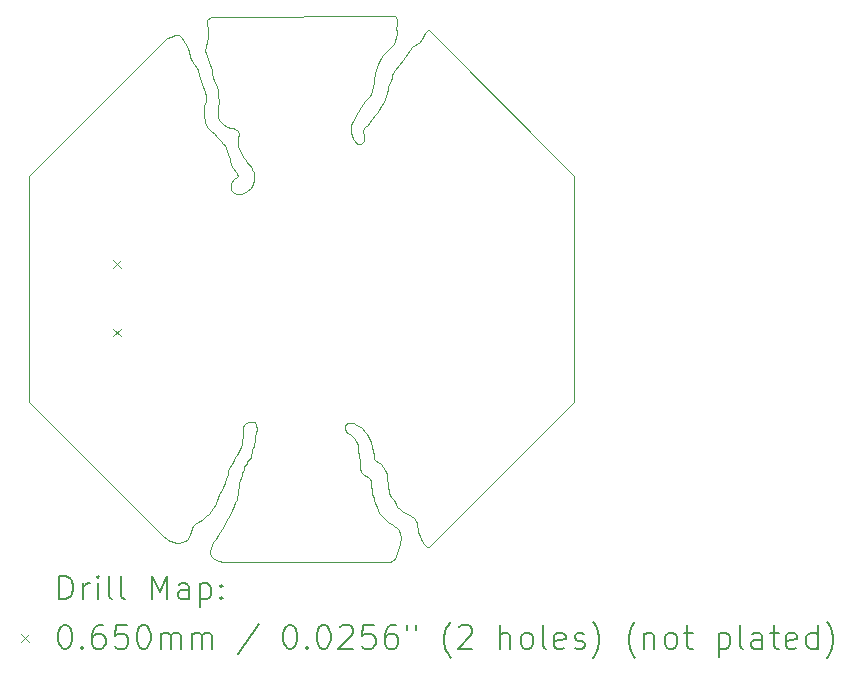
<source format=gbr>
%TF.GenerationSoftware,KiCad,Pcbnew,8.0.4*%
%TF.CreationDate,2024-10-01T08:13:16+02:00*%
%TF.ProjectId,RP2040_roundStamp_secondIteration,52503230-3430-45f7-926f-756e64537461,rev?*%
%TF.SameCoordinates,Original*%
%TF.FileFunction,Drillmap*%
%TF.FilePolarity,Positive*%
%FSLAX45Y45*%
G04 Gerber Fmt 4.5, Leading zero omitted, Abs format (unit mm)*
G04 Created by KiCad (PCBNEW 8.0.4) date 2024-10-01 08:13:16*
%MOMM*%
%LPD*%
G01*
G04 APERTURE LIST*
%ADD10C,0.050000*%
%ADD11C,0.200000*%
%ADD12C,0.100000*%
G04 APERTURE END LIST*
D10*
X16440000Y-9095000D02*
X16420000Y-9075000D01*
X16350000Y-5665000D02*
X16365000Y-5650000D01*
X16220000Y-8645000D02*
X16220000Y-8620000D01*
X16175000Y-5885000D02*
X16185000Y-5900000D01*
X16550000Y-9180000D02*
X16530000Y-9160000D01*
X14837163Y-5266299D02*
X14819013Y-5231722D01*
X14920232Y-5078817D02*
X14912250Y-5124219D01*
X16763742Y-4989499D02*
X16757236Y-5005205D01*
X15005000Y-5845000D02*
X14991019Y-5822517D01*
X14910440Y-5729608D02*
X14900272Y-5649630D01*
X15015000Y-5500000D02*
X15025000Y-5545000D01*
X15195000Y-8810000D02*
X15190000Y-8835000D01*
X15180000Y-8895000D02*
X15175000Y-8920000D01*
X15015000Y-5855000D02*
X15005000Y-5845000D01*
X15335000Y-8385000D02*
X15340000Y-8355000D01*
X14820000Y-9125000D02*
X14845000Y-9110000D01*
X15000000Y-8960000D02*
X15005000Y-8945000D01*
X16346482Y-5306988D02*
X16370564Y-5235784D01*
X16528392Y-4933145D02*
X16534461Y-4892363D01*
X15185000Y-6180000D02*
X15180000Y-6165000D01*
X16460302Y-5110596D02*
X16468748Y-5103270D01*
X16400000Y-5585000D02*
X16420000Y-5550000D01*
X16360000Y-8965000D02*
X16350000Y-8945000D01*
X15190000Y-5925000D02*
X15200000Y-5955000D01*
X15165000Y-8560000D02*
X15175000Y-8540000D01*
X14856897Y-5323181D02*
X14845281Y-5285898D01*
X14865807Y-5353932D02*
X14856897Y-5323181D01*
X15205000Y-8750000D02*
X15210000Y-8735000D01*
X16513710Y-4827483D02*
X16521800Y-4834082D01*
X16695000Y-9105000D02*
X16675000Y-9075000D01*
X15345000Y-8320000D02*
X15340000Y-8355000D01*
X16536182Y-4979667D02*
X16529977Y-4955449D01*
X15285000Y-6090000D02*
X15295000Y-6100000D01*
X16330000Y-8890000D02*
X16325000Y-8875000D01*
X16400000Y-9050000D02*
X16385000Y-9030000D01*
X14958108Y-4835815D02*
X14924772Y-4858807D01*
X15210000Y-5980000D02*
X15220000Y-6000000D01*
X16305000Y-8745000D02*
X16295000Y-8735000D01*
X15115000Y-8655000D02*
X15135000Y-8615000D01*
X16320000Y-8475000D02*
X16310000Y-8435000D01*
X16200000Y-5910000D02*
X16225000Y-5905000D01*
X16398144Y-5182264D02*
X16416157Y-5151842D01*
X15230000Y-8330000D02*
X15230000Y-8305000D01*
X15140000Y-6100000D02*
X15125000Y-6080000D01*
X15060000Y-8810000D02*
X15075000Y-8775000D01*
X14799920Y-9158309D02*
X14805660Y-9144451D01*
X16220000Y-8600000D02*
X16220000Y-8585000D01*
X16210000Y-8535000D02*
X16205000Y-8520000D01*
X16220000Y-8585000D02*
X16215000Y-8560000D01*
X16315000Y-8785000D02*
X16315000Y-8770000D01*
X15005000Y-9250000D02*
X14975757Y-9282557D01*
X14903691Y-5445391D02*
X14889040Y-5428499D01*
X15125000Y-6080000D02*
X15120000Y-6055000D01*
X16227850Y-5593391D02*
X16262756Y-5548317D01*
X16090000Y-8315000D02*
X16095000Y-8295000D01*
X16325000Y-8865000D02*
X16320000Y-8835000D01*
X16380000Y-5625000D02*
X16390000Y-5605000D01*
X15115000Y-6015000D02*
X15105000Y-5990000D01*
X16270000Y-8720000D02*
X16255000Y-8710000D01*
X16762133Y-9294589D02*
X16783950Y-9317697D01*
X16335000Y-8910000D02*
X16330000Y-8890000D01*
X15200000Y-8780000D02*
X15205000Y-8750000D01*
X14957890Y-5797971D02*
X14935914Y-5772632D01*
X15175000Y-6155000D02*
X15160000Y-6135000D01*
X14900000Y-9075000D02*
X14920000Y-9060000D01*
X15295000Y-8560000D02*
X15300000Y-8540000D01*
X16165000Y-5865000D02*
X16175000Y-5885000D01*
X14880000Y-9090000D02*
X14900000Y-9075000D01*
X16490000Y-9130000D02*
X16465000Y-9115000D01*
X14889040Y-5428499D02*
X14865807Y-5353932D01*
X14960000Y-9020000D02*
X14980000Y-8990000D01*
X16160416Y-5716993D02*
X16162329Y-5712374D01*
X16190000Y-8425000D02*
X16170000Y-8400000D01*
X14966506Y-5319875D02*
X14972710Y-5344093D01*
X14949598Y-9371842D02*
X14959181Y-9393130D01*
X16605000Y-9030000D02*
X16580000Y-9015000D01*
X16735000Y-9250000D02*
X16725000Y-9225000D01*
X16350000Y-8945000D02*
X16340000Y-8925000D01*
X15015000Y-5450000D02*
X15015000Y-5475000D01*
X14845000Y-9110000D02*
X14880000Y-9090000D01*
X15155000Y-6320000D02*
X15125000Y-6300000D01*
X16475000Y-5390000D02*
X16485000Y-5370000D01*
X16529986Y-9371613D02*
X16539553Y-9348516D01*
X14915444Y-5547675D02*
X14918806Y-5500360D01*
X16495000Y-5325000D02*
X16500000Y-5310000D01*
X16801578Y-4947804D02*
X16794345Y-4946973D01*
X14988154Y-5372137D02*
X15001683Y-5404802D01*
X15260000Y-8615000D02*
X15265000Y-8605000D01*
X15126295Y-5770311D02*
X15146686Y-5773345D01*
X14791146Y-9192558D02*
X14799920Y-9158309D01*
X16205000Y-8500000D02*
X16200000Y-8455000D01*
X16587403Y-5195714D02*
X16517592Y-5285861D01*
X16503039Y-9434054D02*
X16491821Y-9440231D01*
X16470000Y-5405000D02*
X16475000Y-5390000D01*
X16145000Y-8275000D02*
X16150000Y-8275000D01*
X16485000Y-5370000D02*
X16490000Y-5350000D01*
X16265000Y-5765000D02*
X16285000Y-5750000D01*
X16273115Y-5536373D02*
X16304194Y-5500538D01*
X14617374Y-4999912D02*
X14588405Y-5014973D01*
X15063536Y-5738904D02*
X15096665Y-5763450D01*
X16794345Y-4946973D02*
X16783893Y-4951303D01*
X16160416Y-5716993D02*
X16145000Y-5750000D01*
X16100000Y-8350000D02*
X16090000Y-8315000D01*
X16335000Y-8545000D02*
X16330000Y-8510000D01*
X16415000Y-8640000D02*
X16400000Y-8615000D01*
X14935075Y-5003786D02*
X14924387Y-5042655D01*
X15300000Y-6280000D02*
X15265000Y-6310000D01*
X16455000Y-8780000D02*
X16450000Y-8750000D01*
X15185000Y-5905000D02*
X15190000Y-5925000D01*
X15230000Y-8355000D02*
X15230000Y-8330000D01*
X15330000Y-8265000D02*
X15340000Y-8290000D01*
X16145000Y-8375000D02*
X16115000Y-8360000D01*
X16445000Y-5480000D02*
X16455000Y-5445000D01*
X16340000Y-8575000D02*
X16335000Y-8545000D01*
X16247500Y-5795000D02*
X16255000Y-5775000D01*
X15185000Y-8870000D02*
X15180000Y-8895000D01*
X15210000Y-8475000D02*
X15220000Y-8450000D01*
X15130000Y-9030000D02*
X15105000Y-9075000D01*
X15063989Y-9448449D02*
X16474677Y-9445037D01*
X15275000Y-8585000D02*
X15285000Y-8575000D01*
X14973225Y-9414101D02*
X14999186Y-9432431D01*
X16145000Y-5815000D02*
X16150000Y-5835000D01*
X15320000Y-6150000D02*
X15320000Y-6180000D01*
X16310000Y-8435000D02*
X16295000Y-8400000D01*
X15025000Y-5545000D02*
X15020000Y-5600000D01*
X15030000Y-8870000D02*
X15050000Y-8835000D01*
X16170000Y-8400000D02*
X16145000Y-8375000D01*
X16551033Y-9320800D02*
X16560600Y-9297703D01*
X16355000Y-8595000D02*
X16340000Y-8575000D01*
X16441496Y-5129866D02*
X16460302Y-5110596D01*
X15165163Y-5780999D02*
X15186347Y-5795185D01*
X15050000Y-8835000D02*
X15060000Y-8810000D01*
X16500000Y-5310000D02*
X16517592Y-5285861D01*
X14991019Y-5822517D02*
X14957890Y-5797971D01*
X16740978Y-5028777D02*
X16726698Y-5042346D01*
X14952632Y-9351451D02*
X14949598Y-9371842D01*
X16166156Y-5703135D02*
X16182256Y-5677332D01*
X14917662Y-5137284D02*
X14928486Y-5163416D01*
X15125000Y-6270000D02*
X15130000Y-6240000D01*
X14691968Y-4989679D02*
X14652427Y-4988454D01*
X15146686Y-5773345D02*
X15165163Y-5780999D01*
X15095000Y-5970000D02*
X15085000Y-5945000D01*
X15310000Y-6125000D02*
X15320000Y-6150000D01*
X15250000Y-8630000D02*
X15260000Y-8615000D01*
X16445000Y-8705000D02*
X16440000Y-8685000D01*
X16280000Y-8365000D02*
X16265000Y-8345000D01*
X15325000Y-8445000D02*
X15330000Y-8425000D01*
X14805660Y-9144451D02*
X14820000Y-9125000D01*
X16185000Y-5900000D02*
X16200000Y-5910000D01*
X15220000Y-6000000D02*
X15235000Y-6025000D01*
X16430000Y-5530000D02*
X16440000Y-5505000D01*
X16325000Y-5695000D02*
X16350000Y-5665000D01*
X15315000Y-6250000D02*
X15300000Y-6280000D01*
X16120000Y-8275000D02*
X16145000Y-8275000D01*
X16420000Y-5550000D02*
X16430000Y-5530000D01*
X15130000Y-6240000D02*
X15150000Y-6205000D01*
X15105000Y-8680000D02*
X15115000Y-8655000D01*
X14738226Y-9268053D02*
X14757825Y-9259936D01*
X14801657Y-5208296D02*
X14787006Y-5191404D01*
X14660954Y-9284754D02*
X14642252Y-9280254D01*
X15190000Y-8835000D02*
X15185000Y-8870000D01*
X16630000Y-9045000D02*
X16605000Y-9030000D01*
X16375000Y-8605000D02*
X16355000Y-8595000D01*
X16768399Y-4973028D02*
X16763742Y-4989499D01*
X16310000Y-8760000D02*
X16305000Y-8745000D01*
X16491821Y-9440231D02*
X16474677Y-9445037D01*
X16510000Y-9145000D02*
X16490000Y-9130000D01*
X15180000Y-6190000D02*
X15185000Y-6180000D01*
X16295000Y-5730000D02*
X16325000Y-5695000D01*
X18035000Y-8090000D02*
X18036004Y-6179994D01*
X16465000Y-8840000D02*
X16460000Y-8820000D01*
X16385000Y-9030000D02*
X16375000Y-9010000D01*
X16262756Y-5548317D02*
X16273115Y-5536373D01*
X14936853Y-4934167D02*
X14936524Y-4961091D01*
X16416157Y-5151842D02*
X16441496Y-5129866D01*
X16775064Y-4959552D02*
X16768399Y-4973028D01*
X14924772Y-4858807D02*
X14921738Y-4879198D01*
X15235000Y-6025000D02*
X15245000Y-6040000D01*
X16565000Y-9240000D02*
X16560000Y-9215000D01*
X14918806Y-5500360D02*
X14911809Y-5464990D01*
X16365000Y-8985000D02*
X16360000Y-8965000D01*
X15150000Y-6120000D02*
X15140000Y-6100000D01*
X15105000Y-5990000D02*
X15095000Y-5970000D01*
X16535000Y-8980000D02*
X16525000Y-8960000D01*
X14959181Y-9393130D02*
X14973225Y-9414101D01*
X16304194Y-5500538D02*
X16316467Y-5483974D01*
X15230000Y-8385000D02*
X15230000Y-8355000D01*
X16240000Y-8695000D02*
X16230000Y-8685000D01*
X15135000Y-8615000D02*
X15150000Y-8585000D01*
X15320000Y-8465000D02*
X15325000Y-8445000D01*
X14819013Y-5231722D02*
X14801657Y-5208296D01*
X14920000Y-9060000D02*
X14945000Y-9040000D01*
X15010000Y-5430000D02*
X15015000Y-5450000D01*
X16330000Y-8510000D02*
X16320000Y-8475000D01*
X16375000Y-9010000D02*
X16365000Y-8985000D01*
X16529918Y-4853680D02*
X16532083Y-4858906D01*
X16220000Y-8660000D02*
X16220000Y-8645000D01*
X15105000Y-9075000D02*
X15085000Y-9105000D01*
X16215000Y-8560000D02*
X16210000Y-8535000D01*
X15020000Y-8905000D02*
X15030000Y-8870000D01*
X16515471Y-9419720D02*
X16503039Y-9434054D01*
X14588405Y-5014973D02*
X13420222Y-6178496D01*
X14771098Y-5125283D02*
X14764894Y-5101065D01*
X16525000Y-8960000D02*
X16515000Y-8940000D01*
X14999186Y-9432431D02*
X15025279Y-9439992D01*
X14757825Y-9259936D02*
X14772011Y-9238752D01*
X15085000Y-5945000D02*
X15075000Y-5920000D01*
X14924387Y-5042655D02*
X14920232Y-5078817D01*
X16580000Y-9015000D02*
X16555000Y-9000000D01*
X16675000Y-9075000D02*
X16655000Y-9060000D01*
X15035027Y-5716271D02*
X15063536Y-5738904D01*
X16255000Y-5885000D02*
X16255000Y-5840000D01*
X16255000Y-5840000D02*
X16247500Y-5795000D01*
X15185000Y-5880000D02*
X15185000Y-5895000D01*
X16430000Y-8665000D02*
X16415000Y-8640000D01*
X16240000Y-8315000D02*
X16215000Y-8295000D01*
X15220000Y-8715000D02*
X15225000Y-8695000D01*
X14965234Y-9307963D02*
X14952632Y-9351451D01*
X15150000Y-6205000D02*
X15180000Y-6190000D01*
X14642252Y-9280254D02*
X14615301Y-9266926D01*
X16150000Y-8275000D02*
X16170000Y-8275000D01*
X15160000Y-6135000D02*
X15150000Y-6120000D01*
X16295000Y-8400000D02*
X16280000Y-8365000D01*
X16460000Y-8820000D02*
X16455000Y-8780000D01*
X14764894Y-5101065D02*
X14758689Y-5076848D01*
X16744776Y-9271163D02*
X16762133Y-9294589D01*
X15195000Y-8510000D02*
X15210000Y-8475000D01*
X16470000Y-8860000D02*
X16465000Y-8840000D01*
X16445000Y-8720000D02*
X16445000Y-8705000D01*
X15020000Y-5600000D02*
X15020000Y-5645000D01*
X15295000Y-6100000D02*
X15305000Y-6110000D01*
X15285000Y-8575000D02*
X15295000Y-8560000D01*
X15220000Y-8450000D02*
X15225000Y-8425000D01*
X14945000Y-9040000D02*
X14960000Y-9020000D01*
X15280000Y-8260000D02*
X15305000Y-8260000D01*
X14577105Y-9246775D02*
X14562164Y-9238422D01*
X15100000Y-8710000D02*
X15105000Y-8680000D01*
X15210000Y-8735000D02*
X15220000Y-8715000D01*
X15030000Y-5865000D02*
X15015000Y-5855000D01*
X16230000Y-8685000D02*
X16225000Y-8675000D01*
X15090000Y-8740000D02*
X15100000Y-8710000D01*
X16200000Y-8455000D02*
X16190000Y-8425000D01*
X16465000Y-9115000D02*
X16440000Y-9095000D01*
X16726698Y-5042346D02*
X16664869Y-5087091D01*
X15150000Y-8585000D02*
X15165000Y-8560000D01*
X16255000Y-5775000D02*
X16265000Y-5765000D01*
X16255000Y-8710000D02*
X16240000Y-8695000D01*
X16664869Y-5087091D02*
X16587403Y-5195714D01*
X16529977Y-4955449D02*
X16528392Y-4933145D01*
X16757236Y-5005205D02*
X16747959Y-5019763D01*
X15035000Y-9190000D02*
X15020000Y-9220000D01*
X15085000Y-9105000D02*
X15065000Y-9140000D01*
X16370564Y-5235784D02*
X16398144Y-5182264D01*
X16710000Y-9170000D02*
X16705000Y-9145000D01*
X16400000Y-8615000D02*
X16375000Y-8605000D01*
X16205000Y-8520000D02*
X16205000Y-8500000D01*
X16105000Y-8280000D02*
X16120000Y-8275000D01*
X16700000Y-9120000D02*
X16695000Y-9105000D01*
X16440000Y-8685000D02*
X16430000Y-8665000D01*
X16725000Y-9225000D02*
X16715000Y-9195000D01*
X16162329Y-5712374D02*
X16166156Y-5703135D01*
X15200000Y-5955000D02*
X15210000Y-5980000D01*
X15120000Y-6030000D02*
X15115000Y-6015000D01*
X15120000Y-6055000D02*
X15120000Y-6030000D01*
X14965234Y-9307963D02*
X14975757Y-9282557D01*
X15320000Y-6215000D02*
X15315000Y-6250000D01*
X15045000Y-5880000D02*
X15030000Y-5865000D01*
X15065000Y-9140000D02*
X15035000Y-9190000D01*
X15096665Y-5763450D02*
X15126295Y-5770311D01*
X15020000Y-5645000D02*
X15014965Y-5686313D01*
X15265000Y-6310000D02*
X15220000Y-6330000D01*
X16555000Y-9000000D02*
X16535000Y-8980000D01*
X16182256Y-5677332D02*
X16227850Y-5593391D01*
X15265000Y-8605000D02*
X15275000Y-8585000D01*
X16225000Y-8675000D02*
X16220000Y-8660000D01*
X16783893Y-4951303D02*
X16775064Y-4959552D01*
X16793189Y-9321524D02*
X16805041Y-9324268D01*
X14787006Y-5191404D02*
X14783507Y-5173719D01*
X16460000Y-5425000D02*
X16470000Y-5405000D01*
X16505000Y-8925000D02*
X16495000Y-8910000D01*
X16295000Y-8735000D02*
X16285000Y-8730000D01*
X14723976Y-5029997D02*
X14715858Y-5010399D01*
X16315000Y-8770000D02*
X16310000Y-8760000D01*
X16715000Y-9195000D02*
X16710000Y-9170000D01*
X14685964Y-9289701D02*
X14738226Y-9268053D01*
X15230000Y-8305000D02*
X15240000Y-8285000D01*
X16150000Y-5835000D02*
X16165000Y-5865000D01*
X14936524Y-4961091D02*
X14935075Y-5003786D01*
X15260000Y-6060000D02*
X15275000Y-6080000D01*
X15225000Y-8695000D02*
X15230000Y-8680000D01*
X15305000Y-8515000D02*
X15310000Y-8495000D01*
X15240000Y-8645000D02*
X15250000Y-8630000D01*
X15075000Y-5920000D02*
X15060000Y-5905000D01*
X14598130Y-9258731D02*
X14577105Y-9246775D01*
X14921738Y-4879198D02*
X14925236Y-4896883D01*
X15165000Y-8940000D02*
X15155000Y-8970000D01*
X15140000Y-9005000D02*
X15130000Y-9030000D01*
X14741332Y-5053422D02*
X14723976Y-5029997D01*
X16285000Y-8730000D02*
X16270000Y-8720000D01*
X14685964Y-9289701D02*
X14660954Y-9284754D01*
X16340000Y-8925000D02*
X16335000Y-8910000D01*
X15245000Y-6040000D02*
X15260000Y-6060000D01*
X16420000Y-9075000D02*
X16400000Y-9050000D01*
X16490000Y-5340000D02*
X16495000Y-5325000D01*
X16145000Y-5785000D02*
X16145000Y-5815000D01*
X15240000Y-8285000D02*
X15255000Y-8270000D01*
X15175000Y-6335000D02*
X15155000Y-6320000D01*
X16390000Y-5605000D02*
X16400000Y-5585000D01*
X16220000Y-8620000D02*
X16220000Y-8600000D01*
X14945514Y-5213765D02*
X14964128Y-5286418D01*
X15195257Y-5825936D02*
X15188396Y-5855566D01*
X15125000Y-6300000D02*
X15125000Y-6270000D01*
X15320000Y-6180000D02*
X15320000Y-6215000D01*
X15330000Y-8425000D02*
X15335000Y-8405000D01*
X15180000Y-6165000D02*
X15175000Y-6155000D01*
X16783950Y-9317697D02*
X16793189Y-9321524D01*
X16655000Y-9060000D02*
X16630000Y-9045000D01*
X16747959Y-5019763D02*
X16740978Y-5028777D01*
X16325000Y-8875000D02*
X16325000Y-8865000D01*
X15315000Y-8480000D02*
X15320000Y-8465000D01*
X14935914Y-5772632D02*
X14910440Y-5729608D01*
X16801578Y-4947804D02*
X18036004Y-6179994D01*
X16320000Y-8835000D02*
X16315000Y-8805000D01*
X15175000Y-8540000D02*
X15195000Y-8510000D01*
X16560600Y-9297703D02*
X16565000Y-9240000D01*
X14900272Y-5649630D02*
X14902842Y-5591163D01*
X15200000Y-8780000D02*
X15195000Y-8810000D01*
X16495000Y-8910000D02*
X16480000Y-8895000D01*
X15014965Y-5686313D02*
X15035027Y-5716271D01*
X14758689Y-5076848D02*
X14741332Y-5053422D01*
X16115000Y-8360000D02*
X16100000Y-8350000D01*
X16095000Y-8295000D02*
X16105000Y-8280000D01*
X14615301Y-9266926D02*
X14598130Y-9258731D01*
X14925236Y-4896883D02*
X14936853Y-4934167D01*
X15188396Y-5855566D02*
X15185000Y-5880000D01*
X16515471Y-9419720D02*
X16529986Y-9371613D01*
X16319502Y-5463583D02*
X16325242Y-5449725D01*
X16744776Y-9271163D02*
X16735000Y-9250000D01*
X14783492Y-9211036D02*
X14791146Y-9192558D01*
X16521800Y-4834082D02*
X16526737Y-4840456D01*
X15305000Y-8260000D02*
X15330000Y-8265000D01*
X15220000Y-6330000D02*
X15175000Y-6335000D01*
X16265000Y-8345000D02*
X16240000Y-8315000D01*
X15255000Y-8270000D02*
X15280000Y-8260000D01*
X16215000Y-8295000D02*
X16190000Y-8285000D01*
X16508670Y-5065687D02*
X16536182Y-4979667D01*
X16490000Y-5350000D02*
X16490000Y-5340000D01*
X16365000Y-5650000D02*
X16380000Y-5625000D01*
X16316467Y-5483974D02*
X16319502Y-5463583D01*
X16455000Y-5445000D02*
X16460000Y-5425000D01*
X16190000Y-8285000D02*
X16170000Y-8275000D01*
X16532083Y-4858906D02*
X16534461Y-4892363D01*
X15235000Y-8665000D02*
X15240000Y-8645000D01*
X15310000Y-8495000D02*
X15315000Y-8480000D01*
X15185000Y-5895000D02*
X15185000Y-5905000D01*
X16339292Y-5363542D02*
X16346482Y-5306988D01*
X15305000Y-6110000D02*
X15310000Y-6125000D01*
X16539553Y-9348516D02*
X16551033Y-9320800D01*
X14928486Y-5163416D02*
X14945514Y-5213765D01*
X13417304Y-8093122D02*
X14562164Y-9238422D01*
X16560000Y-9215000D02*
X16550000Y-9180000D01*
X15005000Y-8945000D02*
X15010000Y-8925000D01*
X15300000Y-8540000D02*
X15305000Y-8515000D01*
X16450000Y-8750000D02*
X16445000Y-8720000D01*
X14980000Y-8990000D02*
X15000000Y-8960000D01*
X16805041Y-9324268D02*
X18035000Y-8090000D01*
X15225000Y-8425000D02*
X15230000Y-8385000D01*
X14912250Y-5124219D02*
X14917662Y-5137284D01*
X16325242Y-5449725D02*
X16337051Y-5395085D01*
X16145000Y-5750000D02*
X16145000Y-5785000D01*
X16337051Y-5395085D02*
X16339292Y-5363542D01*
X16468748Y-5103270D02*
X16508670Y-5065687D01*
X15075000Y-8775000D02*
X15090000Y-8740000D01*
X16475000Y-8880000D02*
X16470000Y-8860000D01*
X15010000Y-8925000D02*
X15020000Y-8905000D01*
X16440000Y-5505000D02*
X16445000Y-5480000D01*
X14783507Y-5173719D02*
X14771098Y-5125283D01*
X16225000Y-5905000D02*
X16255000Y-5885000D01*
X14964128Y-5286418D02*
X14966506Y-5319875D01*
X16315000Y-8805000D02*
X16315000Y-8785000D01*
X15020000Y-9220000D02*
X15005000Y-9250000D01*
X16480000Y-8895000D02*
X16475000Y-8880000D01*
X16513710Y-4827483D02*
X14958108Y-4835815D01*
X14911809Y-5464990D02*
X14903691Y-5445391D01*
X16705000Y-9145000D02*
X16700000Y-9120000D01*
X15015000Y-5475000D02*
X15015000Y-5500000D01*
X15275000Y-6080000D02*
X15285000Y-6090000D01*
X14845281Y-5285898D02*
X14837163Y-5266299D01*
X14652427Y-4988454D02*
X14617374Y-4999912D01*
X15001683Y-5404802D02*
X15010000Y-5430000D01*
X14715858Y-5010399D02*
X14691968Y-4989679D01*
X14772011Y-9238752D02*
X14783492Y-9211036D01*
X16530000Y-9160000D02*
X16510000Y-9145000D01*
X14972710Y-5344093D02*
X14988154Y-5372137D01*
X15340000Y-8290000D02*
X15345000Y-8320000D01*
X13420222Y-6178496D02*
X13417304Y-8093122D01*
X15155000Y-8970000D02*
X15140000Y-9005000D01*
X15175000Y-8920000D02*
X15165000Y-8940000D01*
X15230000Y-8680000D02*
X15235000Y-8665000D01*
X15025279Y-9439992D02*
X15063989Y-9448449D01*
X16526737Y-4840456D02*
X16529918Y-4853680D01*
X15335000Y-8405000D02*
X15335000Y-8385000D01*
X16515000Y-8940000D02*
X16505000Y-8925000D01*
X15060000Y-5905000D02*
X15045000Y-5880000D01*
X14902842Y-5591163D02*
X14915444Y-5547675D01*
X15186347Y-5795185D02*
X15195257Y-5825936D01*
X16285000Y-5750000D02*
X16295000Y-5730000D01*
D11*
D12*
X14128048Y-6895114D02*
X14193048Y-6960114D01*
X14193048Y-6895114D02*
X14128048Y-6960114D01*
X14128048Y-7473113D02*
X14193048Y-7538113D01*
X14193048Y-7473113D02*
X14128048Y-7538113D01*
D11*
X13675581Y-9762433D02*
X13675581Y-9562433D01*
X13675581Y-9562433D02*
X13723200Y-9562433D01*
X13723200Y-9562433D02*
X13751771Y-9571957D01*
X13751771Y-9571957D02*
X13770819Y-9591004D01*
X13770819Y-9591004D02*
X13780343Y-9610052D01*
X13780343Y-9610052D02*
X13789867Y-9648147D01*
X13789867Y-9648147D02*
X13789867Y-9676719D01*
X13789867Y-9676719D02*
X13780343Y-9714814D01*
X13780343Y-9714814D02*
X13770819Y-9733862D01*
X13770819Y-9733862D02*
X13751771Y-9752909D01*
X13751771Y-9752909D02*
X13723200Y-9762433D01*
X13723200Y-9762433D02*
X13675581Y-9762433D01*
X13875581Y-9762433D02*
X13875581Y-9629100D01*
X13875581Y-9667195D02*
X13885105Y-9648147D01*
X13885105Y-9648147D02*
X13894628Y-9638623D01*
X13894628Y-9638623D02*
X13913676Y-9629100D01*
X13913676Y-9629100D02*
X13932724Y-9629100D01*
X13999390Y-9762433D02*
X13999390Y-9629100D01*
X13999390Y-9562433D02*
X13989867Y-9571957D01*
X13989867Y-9571957D02*
X13999390Y-9581481D01*
X13999390Y-9581481D02*
X14008914Y-9571957D01*
X14008914Y-9571957D02*
X13999390Y-9562433D01*
X13999390Y-9562433D02*
X13999390Y-9581481D01*
X14123200Y-9762433D02*
X14104152Y-9752909D01*
X14104152Y-9752909D02*
X14094628Y-9733862D01*
X14094628Y-9733862D02*
X14094628Y-9562433D01*
X14227962Y-9762433D02*
X14208914Y-9752909D01*
X14208914Y-9752909D02*
X14199390Y-9733862D01*
X14199390Y-9733862D02*
X14199390Y-9562433D01*
X14456533Y-9762433D02*
X14456533Y-9562433D01*
X14456533Y-9562433D02*
X14523200Y-9705290D01*
X14523200Y-9705290D02*
X14589867Y-9562433D01*
X14589867Y-9562433D02*
X14589867Y-9762433D01*
X14770819Y-9762433D02*
X14770819Y-9657671D01*
X14770819Y-9657671D02*
X14761295Y-9638623D01*
X14761295Y-9638623D02*
X14742248Y-9629100D01*
X14742248Y-9629100D02*
X14704152Y-9629100D01*
X14704152Y-9629100D02*
X14685105Y-9638623D01*
X14770819Y-9752909D02*
X14751771Y-9762433D01*
X14751771Y-9762433D02*
X14704152Y-9762433D01*
X14704152Y-9762433D02*
X14685105Y-9752909D01*
X14685105Y-9752909D02*
X14675581Y-9733862D01*
X14675581Y-9733862D02*
X14675581Y-9714814D01*
X14675581Y-9714814D02*
X14685105Y-9695766D01*
X14685105Y-9695766D02*
X14704152Y-9686243D01*
X14704152Y-9686243D02*
X14751771Y-9686243D01*
X14751771Y-9686243D02*
X14770819Y-9676719D01*
X14866057Y-9629100D02*
X14866057Y-9829100D01*
X14866057Y-9638623D02*
X14885105Y-9629100D01*
X14885105Y-9629100D02*
X14923200Y-9629100D01*
X14923200Y-9629100D02*
X14942248Y-9638623D01*
X14942248Y-9638623D02*
X14951771Y-9648147D01*
X14951771Y-9648147D02*
X14961295Y-9667195D01*
X14961295Y-9667195D02*
X14961295Y-9724338D01*
X14961295Y-9724338D02*
X14951771Y-9743385D01*
X14951771Y-9743385D02*
X14942248Y-9752909D01*
X14942248Y-9752909D02*
X14923200Y-9762433D01*
X14923200Y-9762433D02*
X14885105Y-9762433D01*
X14885105Y-9762433D02*
X14866057Y-9752909D01*
X15047009Y-9743385D02*
X15056533Y-9752909D01*
X15056533Y-9752909D02*
X15047009Y-9762433D01*
X15047009Y-9762433D02*
X15037486Y-9752909D01*
X15037486Y-9752909D02*
X15047009Y-9743385D01*
X15047009Y-9743385D02*
X15047009Y-9762433D01*
X15047009Y-9638623D02*
X15056533Y-9648147D01*
X15056533Y-9648147D02*
X15047009Y-9657671D01*
X15047009Y-9657671D02*
X15037486Y-9648147D01*
X15037486Y-9648147D02*
X15047009Y-9638623D01*
X15047009Y-9638623D02*
X15047009Y-9657671D01*
D12*
X13349804Y-10058449D02*
X13414804Y-10123449D01*
X13414804Y-10058449D02*
X13349804Y-10123449D01*
D11*
X13713676Y-9982433D02*
X13732724Y-9982433D01*
X13732724Y-9982433D02*
X13751771Y-9991957D01*
X13751771Y-9991957D02*
X13761295Y-10001481D01*
X13761295Y-10001481D02*
X13770819Y-10020528D01*
X13770819Y-10020528D02*
X13780343Y-10058623D01*
X13780343Y-10058623D02*
X13780343Y-10106243D01*
X13780343Y-10106243D02*
X13770819Y-10144338D01*
X13770819Y-10144338D02*
X13761295Y-10163385D01*
X13761295Y-10163385D02*
X13751771Y-10172909D01*
X13751771Y-10172909D02*
X13732724Y-10182433D01*
X13732724Y-10182433D02*
X13713676Y-10182433D01*
X13713676Y-10182433D02*
X13694628Y-10172909D01*
X13694628Y-10172909D02*
X13685105Y-10163385D01*
X13685105Y-10163385D02*
X13675581Y-10144338D01*
X13675581Y-10144338D02*
X13666057Y-10106243D01*
X13666057Y-10106243D02*
X13666057Y-10058623D01*
X13666057Y-10058623D02*
X13675581Y-10020528D01*
X13675581Y-10020528D02*
X13685105Y-10001481D01*
X13685105Y-10001481D02*
X13694628Y-9991957D01*
X13694628Y-9991957D02*
X13713676Y-9982433D01*
X13866057Y-10163385D02*
X13875581Y-10172909D01*
X13875581Y-10172909D02*
X13866057Y-10182433D01*
X13866057Y-10182433D02*
X13856533Y-10172909D01*
X13856533Y-10172909D02*
X13866057Y-10163385D01*
X13866057Y-10163385D02*
X13866057Y-10182433D01*
X14047009Y-9982433D02*
X14008914Y-9982433D01*
X14008914Y-9982433D02*
X13989867Y-9991957D01*
X13989867Y-9991957D02*
X13980343Y-10001481D01*
X13980343Y-10001481D02*
X13961295Y-10030052D01*
X13961295Y-10030052D02*
X13951771Y-10068147D01*
X13951771Y-10068147D02*
X13951771Y-10144338D01*
X13951771Y-10144338D02*
X13961295Y-10163385D01*
X13961295Y-10163385D02*
X13970819Y-10172909D01*
X13970819Y-10172909D02*
X13989867Y-10182433D01*
X13989867Y-10182433D02*
X14027962Y-10182433D01*
X14027962Y-10182433D02*
X14047009Y-10172909D01*
X14047009Y-10172909D02*
X14056533Y-10163385D01*
X14056533Y-10163385D02*
X14066057Y-10144338D01*
X14066057Y-10144338D02*
X14066057Y-10096719D01*
X14066057Y-10096719D02*
X14056533Y-10077671D01*
X14056533Y-10077671D02*
X14047009Y-10068147D01*
X14047009Y-10068147D02*
X14027962Y-10058623D01*
X14027962Y-10058623D02*
X13989867Y-10058623D01*
X13989867Y-10058623D02*
X13970819Y-10068147D01*
X13970819Y-10068147D02*
X13961295Y-10077671D01*
X13961295Y-10077671D02*
X13951771Y-10096719D01*
X14247009Y-9982433D02*
X14151771Y-9982433D01*
X14151771Y-9982433D02*
X14142248Y-10077671D01*
X14142248Y-10077671D02*
X14151771Y-10068147D01*
X14151771Y-10068147D02*
X14170819Y-10058623D01*
X14170819Y-10058623D02*
X14218438Y-10058623D01*
X14218438Y-10058623D02*
X14237486Y-10068147D01*
X14237486Y-10068147D02*
X14247009Y-10077671D01*
X14247009Y-10077671D02*
X14256533Y-10096719D01*
X14256533Y-10096719D02*
X14256533Y-10144338D01*
X14256533Y-10144338D02*
X14247009Y-10163385D01*
X14247009Y-10163385D02*
X14237486Y-10172909D01*
X14237486Y-10172909D02*
X14218438Y-10182433D01*
X14218438Y-10182433D02*
X14170819Y-10182433D01*
X14170819Y-10182433D02*
X14151771Y-10172909D01*
X14151771Y-10172909D02*
X14142248Y-10163385D01*
X14380343Y-9982433D02*
X14399390Y-9982433D01*
X14399390Y-9982433D02*
X14418438Y-9991957D01*
X14418438Y-9991957D02*
X14427962Y-10001481D01*
X14427962Y-10001481D02*
X14437486Y-10020528D01*
X14437486Y-10020528D02*
X14447009Y-10058623D01*
X14447009Y-10058623D02*
X14447009Y-10106243D01*
X14447009Y-10106243D02*
X14437486Y-10144338D01*
X14437486Y-10144338D02*
X14427962Y-10163385D01*
X14427962Y-10163385D02*
X14418438Y-10172909D01*
X14418438Y-10172909D02*
X14399390Y-10182433D01*
X14399390Y-10182433D02*
X14380343Y-10182433D01*
X14380343Y-10182433D02*
X14361295Y-10172909D01*
X14361295Y-10172909D02*
X14351771Y-10163385D01*
X14351771Y-10163385D02*
X14342248Y-10144338D01*
X14342248Y-10144338D02*
X14332724Y-10106243D01*
X14332724Y-10106243D02*
X14332724Y-10058623D01*
X14332724Y-10058623D02*
X14342248Y-10020528D01*
X14342248Y-10020528D02*
X14351771Y-10001481D01*
X14351771Y-10001481D02*
X14361295Y-9991957D01*
X14361295Y-9991957D02*
X14380343Y-9982433D01*
X14532724Y-10182433D02*
X14532724Y-10049100D01*
X14532724Y-10068147D02*
X14542248Y-10058623D01*
X14542248Y-10058623D02*
X14561295Y-10049100D01*
X14561295Y-10049100D02*
X14589867Y-10049100D01*
X14589867Y-10049100D02*
X14608914Y-10058623D01*
X14608914Y-10058623D02*
X14618438Y-10077671D01*
X14618438Y-10077671D02*
X14618438Y-10182433D01*
X14618438Y-10077671D02*
X14627962Y-10058623D01*
X14627962Y-10058623D02*
X14647009Y-10049100D01*
X14647009Y-10049100D02*
X14675581Y-10049100D01*
X14675581Y-10049100D02*
X14694629Y-10058623D01*
X14694629Y-10058623D02*
X14704152Y-10077671D01*
X14704152Y-10077671D02*
X14704152Y-10182433D01*
X14799390Y-10182433D02*
X14799390Y-10049100D01*
X14799390Y-10068147D02*
X14808914Y-10058623D01*
X14808914Y-10058623D02*
X14827962Y-10049100D01*
X14827962Y-10049100D02*
X14856533Y-10049100D01*
X14856533Y-10049100D02*
X14875581Y-10058623D01*
X14875581Y-10058623D02*
X14885105Y-10077671D01*
X14885105Y-10077671D02*
X14885105Y-10182433D01*
X14885105Y-10077671D02*
X14894629Y-10058623D01*
X14894629Y-10058623D02*
X14913676Y-10049100D01*
X14913676Y-10049100D02*
X14942248Y-10049100D01*
X14942248Y-10049100D02*
X14961295Y-10058623D01*
X14961295Y-10058623D02*
X14970819Y-10077671D01*
X14970819Y-10077671D02*
X14970819Y-10182433D01*
X15361295Y-9972909D02*
X15189867Y-10230052D01*
X15618438Y-9982433D02*
X15637486Y-9982433D01*
X15637486Y-9982433D02*
X15656533Y-9991957D01*
X15656533Y-9991957D02*
X15666057Y-10001481D01*
X15666057Y-10001481D02*
X15675581Y-10020528D01*
X15675581Y-10020528D02*
X15685105Y-10058623D01*
X15685105Y-10058623D02*
X15685105Y-10106243D01*
X15685105Y-10106243D02*
X15675581Y-10144338D01*
X15675581Y-10144338D02*
X15666057Y-10163385D01*
X15666057Y-10163385D02*
X15656533Y-10172909D01*
X15656533Y-10172909D02*
X15637486Y-10182433D01*
X15637486Y-10182433D02*
X15618438Y-10182433D01*
X15618438Y-10182433D02*
X15599391Y-10172909D01*
X15599391Y-10172909D02*
X15589867Y-10163385D01*
X15589867Y-10163385D02*
X15580343Y-10144338D01*
X15580343Y-10144338D02*
X15570819Y-10106243D01*
X15570819Y-10106243D02*
X15570819Y-10058623D01*
X15570819Y-10058623D02*
X15580343Y-10020528D01*
X15580343Y-10020528D02*
X15589867Y-10001481D01*
X15589867Y-10001481D02*
X15599391Y-9991957D01*
X15599391Y-9991957D02*
X15618438Y-9982433D01*
X15770819Y-10163385D02*
X15780343Y-10172909D01*
X15780343Y-10172909D02*
X15770819Y-10182433D01*
X15770819Y-10182433D02*
X15761295Y-10172909D01*
X15761295Y-10172909D02*
X15770819Y-10163385D01*
X15770819Y-10163385D02*
X15770819Y-10182433D01*
X15904152Y-9982433D02*
X15923200Y-9982433D01*
X15923200Y-9982433D02*
X15942248Y-9991957D01*
X15942248Y-9991957D02*
X15951772Y-10001481D01*
X15951772Y-10001481D02*
X15961295Y-10020528D01*
X15961295Y-10020528D02*
X15970819Y-10058623D01*
X15970819Y-10058623D02*
X15970819Y-10106243D01*
X15970819Y-10106243D02*
X15961295Y-10144338D01*
X15961295Y-10144338D02*
X15951772Y-10163385D01*
X15951772Y-10163385D02*
X15942248Y-10172909D01*
X15942248Y-10172909D02*
X15923200Y-10182433D01*
X15923200Y-10182433D02*
X15904152Y-10182433D01*
X15904152Y-10182433D02*
X15885105Y-10172909D01*
X15885105Y-10172909D02*
X15875581Y-10163385D01*
X15875581Y-10163385D02*
X15866057Y-10144338D01*
X15866057Y-10144338D02*
X15856533Y-10106243D01*
X15856533Y-10106243D02*
X15856533Y-10058623D01*
X15856533Y-10058623D02*
X15866057Y-10020528D01*
X15866057Y-10020528D02*
X15875581Y-10001481D01*
X15875581Y-10001481D02*
X15885105Y-9991957D01*
X15885105Y-9991957D02*
X15904152Y-9982433D01*
X16047010Y-10001481D02*
X16056533Y-9991957D01*
X16056533Y-9991957D02*
X16075581Y-9982433D01*
X16075581Y-9982433D02*
X16123200Y-9982433D01*
X16123200Y-9982433D02*
X16142248Y-9991957D01*
X16142248Y-9991957D02*
X16151772Y-10001481D01*
X16151772Y-10001481D02*
X16161295Y-10020528D01*
X16161295Y-10020528D02*
X16161295Y-10039576D01*
X16161295Y-10039576D02*
X16151772Y-10068147D01*
X16151772Y-10068147D02*
X16037486Y-10182433D01*
X16037486Y-10182433D02*
X16161295Y-10182433D01*
X16342248Y-9982433D02*
X16247010Y-9982433D01*
X16247010Y-9982433D02*
X16237486Y-10077671D01*
X16237486Y-10077671D02*
X16247010Y-10068147D01*
X16247010Y-10068147D02*
X16266057Y-10058623D01*
X16266057Y-10058623D02*
X16313676Y-10058623D01*
X16313676Y-10058623D02*
X16332724Y-10068147D01*
X16332724Y-10068147D02*
X16342248Y-10077671D01*
X16342248Y-10077671D02*
X16351772Y-10096719D01*
X16351772Y-10096719D02*
X16351772Y-10144338D01*
X16351772Y-10144338D02*
X16342248Y-10163385D01*
X16342248Y-10163385D02*
X16332724Y-10172909D01*
X16332724Y-10172909D02*
X16313676Y-10182433D01*
X16313676Y-10182433D02*
X16266057Y-10182433D01*
X16266057Y-10182433D02*
X16247010Y-10172909D01*
X16247010Y-10172909D02*
X16237486Y-10163385D01*
X16523200Y-9982433D02*
X16485105Y-9982433D01*
X16485105Y-9982433D02*
X16466057Y-9991957D01*
X16466057Y-9991957D02*
X16456533Y-10001481D01*
X16456533Y-10001481D02*
X16437486Y-10030052D01*
X16437486Y-10030052D02*
X16427962Y-10068147D01*
X16427962Y-10068147D02*
X16427962Y-10144338D01*
X16427962Y-10144338D02*
X16437486Y-10163385D01*
X16437486Y-10163385D02*
X16447010Y-10172909D01*
X16447010Y-10172909D02*
X16466057Y-10182433D01*
X16466057Y-10182433D02*
X16504153Y-10182433D01*
X16504153Y-10182433D02*
X16523200Y-10172909D01*
X16523200Y-10172909D02*
X16532724Y-10163385D01*
X16532724Y-10163385D02*
X16542248Y-10144338D01*
X16542248Y-10144338D02*
X16542248Y-10096719D01*
X16542248Y-10096719D02*
X16532724Y-10077671D01*
X16532724Y-10077671D02*
X16523200Y-10068147D01*
X16523200Y-10068147D02*
X16504153Y-10058623D01*
X16504153Y-10058623D02*
X16466057Y-10058623D01*
X16466057Y-10058623D02*
X16447010Y-10068147D01*
X16447010Y-10068147D02*
X16437486Y-10077671D01*
X16437486Y-10077671D02*
X16427962Y-10096719D01*
X16618438Y-9982433D02*
X16618438Y-10020528D01*
X16694629Y-9982433D02*
X16694629Y-10020528D01*
X16989867Y-10258623D02*
X16980343Y-10249100D01*
X16980343Y-10249100D02*
X16961296Y-10220528D01*
X16961296Y-10220528D02*
X16951772Y-10201481D01*
X16951772Y-10201481D02*
X16942248Y-10172909D01*
X16942248Y-10172909D02*
X16932724Y-10125290D01*
X16932724Y-10125290D02*
X16932724Y-10087195D01*
X16932724Y-10087195D02*
X16942248Y-10039576D01*
X16942248Y-10039576D02*
X16951772Y-10011004D01*
X16951772Y-10011004D02*
X16961296Y-9991957D01*
X16961296Y-9991957D02*
X16980343Y-9963385D01*
X16980343Y-9963385D02*
X16989867Y-9953862D01*
X17056534Y-10001481D02*
X17066057Y-9991957D01*
X17066057Y-9991957D02*
X17085105Y-9982433D01*
X17085105Y-9982433D02*
X17132724Y-9982433D01*
X17132724Y-9982433D02*
X17151772Y-9991957D01*
X17151772Y-9991957D02*
X17161296Y-10001481D01*
X17161296Y-10001481D02*
X17170819Y-10020528D01*
X17170819Y-10020528D02*
X17170819Y-10039576D01*
X17170819Y-10039576D02*
X17161296Y-10068147D01*
X17161296Y-10068147D02*
X17047010Y-10182433D01*
X17047010Y-10182433D02*
X17170819Y-10182433D01*
X17408915Y-10182433D02*
X17408915Y-9982433D01*
X17494629Y-10182433D02*
X17494629Y-10077671D01*
X17494629Y-10077671D02*
X17485105Y-10058623D01*
X17485105Y-10058623D02*
X17466058Y-10049100D01*
X17466058Y-10049100D02*
X17437486Y-10049100D01*
X17437486Y-10049100D02*
X17418438Y-10058623D01*
X17418438Y-10058623D02*
X17408915Y-10068147D01*
X17618438Y-10182433D02*
X17599391Y-10172909D01*
X17599391Y-10172909D02*
X17589867Y-10163385D01*
X17589867Y-10163385D02*
X17580343Y-10144338D01*
X17580343Y-10144338D02*
X17580343Y-10087195D01*
X17580343Y-10087195D02*
X17589867Y-10068147D01*
X17589867Y-10068147D02*
X17599391Y-10058623D01*
X17599391Y-10058623D02*
X17618438Y-10049100D01*
X17618438Y-10049100D02*
X17647010Y-10049100D01*
X17647010Y-10049100D02*
X17666058Y-10058623D01*
X17666058Y-10058623D02*
X17675581Y-10068147D01*
X17675581Y-10068147D02*
X17685105Y-10087195D01*
X17685105Y-10087195D02*
X17685105Y-10144338D01*
X17685105Y-10144338D02*
X17675581Y-10163385D01*
X17675581Y-10163385D02*
X17666058Y-10172909D01*
X17666058Y-10172909D02*
X17647010Y-10182433D01*
X17647010Y-10182433D02*
X17618438Y-10182433D01*
X17799391Y-10182433D02*
X17780343Y-10172909D01*
X17780343Y-10172909D02*
X17770819Y-10153862D01*
X17770819Y-10153862D02*
X17770819Y-9982433D01*
X17951772Y-10172909D02*
X17932724Y-10182433D01*
X17932724Y-10182433D02*
X17894629Y-10182433D01*
X17894629Y-10182433D02*
X17875581Y-10172909D01*
X17875581Y-10172909D02*
X17866058Y-10153862D01*
X17866058Y-10153862D02*
X17866058Y-10077671D01*
X17866058Y-10077671D02*
X17875581Y-10058623D01*
X17875581Y-10058623D02*
X17894629Y-10049100D01*
X17894629Y-10049100D02*
X17932724Y-10049100D01*
X17932724Y-10049100D02*
X17951772Y-10058623D01*
X17951772Y-10058623D02*
X17961296Y-10077671D01*
X17961296Y-10077671D02*
X17961296Y-10096719D01*
X17961296Y-10096719D02*
X17866058Y-10115766D01*
X18037486Y-10172909D02*
X18056534Y-10182433D01*
X18056534Y-10182433D02*
X18094629Y-10182433D01*
X18094629Y-10182433D02*
X18113677Y-10172909D01*
X18113677Y-10172909D02*
X18123200Y-10153862D01*
X18123200Y-10153862D02*
X18123200Y-10144338D01*
X18123200Y-10144338D02*
X18113677Y-10125290D01*
X18113677Y-10125290D02*
X18094629Y-10115766D01*
X18094629Y-10115766D02*
X18066058Y-10115766D01*
X18066058Y-10115766D02*
X18047010Y-10106243D01*
X18047010Y-10106243D02*
X18037486Y-10087195D01*
X18037486Y-10087195D02*
X18037486Y-10077671D01*
X18037486Y-10077671D02*
X18047010Y-10058623D01*
X18047010Y-10058623D02*
X18066058Y-10049100D01*
X18066058Y-10049100D02*
X18094629Y-10049100D01*
X18094629Y-10049100D02*
X18113677Y-10058623D01*
X18189867Y-10258623D02*
X18199391Y-10249100D01*
X18199391Y-10249100D02*
X18218439Y-10220528D01*
X18218439Y-10220528D02*
X18227962Y-10201481D01*
X18227962Y-10201481D02*
X18237486Y-10172909D01*
X18237486Y-10172909D02*
X18247010Y-10125290D01*
X18247010Y-10125290D02*
X18247010Y-10087195D01*
X18247010Y-10087195D02*
X18237486Y-10039576D01*
X18237486Y-10039576D02*
X18227962Y-10011004D01*
X18227962Y-10011004D02*
X18218439Y-9991957D01*
X18218439Y-9991957D02*
X18199391Y-9963385D01*
X18199391Y-9963385D02*
X18189867Y-9953862D01*
X18551772Y-10258623D02*
X18542248Y-10249100D01*
X18542248Y-10249100D02*
X18523200Y-10220528D01*
X18523200Y-10220528D02*
X18513677Y-10201481D01*
X18513677Y-10201481D02*
X18504153Y-10172909D01*
X18504153Y-10172909D02*
X18494629Y-10125290D01*
X18494629Y-10125290D02*
X18494629Y-10087195D01*
X18494629Y-10087195D02*
X18504153Y-10039576D01*
X18504153Y-10039576D02*
X18513677Y-10011004D01*
X18513677Y-10011004D02*
X18523200Y-9991957D01*
X18523200Y-9991957D02*
X18542248Y-9963385D01*
X18542248Y-9963385D02*
X18551772Y-9953862D01*
X18627962Y-10049100D02*
X18627962Y-10182433D01*
X18627962Y-10068147D02*
X18637486Y-10058623D01*
X18637486Y-10058623D02*
X18656534Y-10049100D01*
X18656534Y-10049100D02*
X18685105Y-10049100D01*
X18685105Y-10049100D02*
X18704153Y-10058623D01*
X18704153Y-10058623D02*
X18713677Y-10077671D01*
X18713677Y-10077671D02*
X18713677Y-10182433D01*
X18837486Y-10182433D02*
X18818439Y-10172909D01*
X18818439Y-10172909D02*
X18808915Y-10163385D01*
X18808915Y-10163385D02*
X18799391Y-10144338D01*
X18799391Y-10144338D02*
X18799391Y-10087195D01*
X18799391Y-10087195D02*
X18808915Y-10068147D01*
X18808915Y-10068147D02*
X18818439Y-10058623D01*
X18818439Y-10058623D02*
X18837486Y-10049100D01*
X18837486Y-10049100D02*
X18866058Y-10049100D01*
X18866058Y-10049100D02*
X18885105Y-10058623D01*
X18885105Y-10058623D02*
X18894629Y-10068147D01*
X18894629Y-10068147D02*
X18904153Y-10087195D01*
X18904153Y-10087195D02*
X18904153Y-10144338D01*
X18904153Y-10144338D02*
X18894629Y-10163385D01*
X18894629Y-10163385D02*
X18885105Y-10172909D01*
X18885105Y-10172909D02*
X18866058Y-10182433D01*
X18866058Y-10182433D02*
X18837486Y-10182433D01*
X18961296Y-10049100D02*
X19037486Y-10049100D01*
X18989867Y-9982433D02*
X18989867Y-10153862D01*
X18989867Y-10153862D02*
X18999391Y-10172909D01*
X18999391Y-10172909D02*
X19018439Y-10182433D01*
X19018439Y-10182433D02*
X19037486Y-10182433D01*
X19256534Y-10049100D02*
X19256534Y-10249100D01*
X19256534Y-10058623D02*
X19275581Y-10049100D01*
X19275581Y-10049100D02*
X19313677Y-10049100D01*
X19313677Y-10049100D02*
X19332724Y-10058623D01*
X19332724Y-10058623D02*
X19342248Y-10068147D01*
X19342248Y-10068147D02*
X19351772Y-10087195D01*
X19351772Y-10087195D02*
X19351772Y-10144338D01*
X19351772Y-10144338D02*
X19342248Y-10163385D01*
X19342248Y-10163385D02*
X19332724Y-10172909D01*
X19332724Y-10172909D02*
X19313677Y-10182433D01*
X19313677Y-10182433D02*
X19275581Y-10182433D01*
X19275581Y-10182433D02*
X19256534Y-10172909D01*
X19466058Y-10182433D02*
X19447010Y-10172909D01*
X19447010Y-10172909D02*
X19437486Y-10153862D01*
X19437486Y-10153862D02*
X19437486Y-9982433D01*
X19627962Y-10182433D02*
X19627962Y-10077671D01*
X19627962Y-10077671D02*
X19618439Y-10058623D01*
X19618439Y-10058623D02*
X19599391Y-10049100D01*
X19599391Y-10049100D02*
X19561296Y-10049100D01*
X19561296Y-10049100D02*
X19542248Y-10058623D01*
X19627962Y-10172909D02*
X19608915Y-10182433D01*
X19608915Y-10182433D02*
X19561296Y-10182433D01*
X19561296Y-10182433D02*
X19542248Y-10172909D01*
X19542248Y-10172909D02*
X19532724Y-10153862D01*
X19532724Y-10153862D02*
X19532724Y-10134814D01*
X19532724Y-10134814D02*
X19542248Y-10115766D01*
X19542248Y-10115766D02*
X19561296Y-10106243D01*
X19561296Y-10106243D02*
X19608915Y-10106243D01*
X19608915Y-10106243D02*
X19627962Y-10096719D01*
X19694629Y-10049100D02*
X19770820Y-10049100D01*
X19723201Y-9982433D02*
X19723201Y-10153862D01*
X19723201Y-10153862D02*
X19732724Y-10172909D01*
X19732724Y-10172909D02*
X19751772Y-10182433D01*
X19751772Y-10182433D02*
X19770820Y-10182433D01*
X19913677Y-10172909D02*
X19894629Y-10182433D01*
X19894629Y-10182433D02*
X19856534Y-10182433D01*
X19856534Y-10182433D02*
X19837486Y-10172909D01*
X19837486Y-10172909D02*
X19827962Y-10153862D01*
X19827962Y-10153862D02*
X19827962Y-10077671D01*
X19827962Y-10077671D02*
X19837486Y-10058623D01*
X19837486Y-10058623D02*
X19856534Y-10049100D01*
X19856534Y-10049100D02*
X19894629Y-10049100D01*
X19894629Y-10049100D02*
X19913677Y-10058623D01*
X19913677Y-10058623D02*
X19923201Y-10077671D01*
X19923201Y-10077671D02*
X19923201Y-10096719D01*
X19923201Y-10096719D02*
X19827962Y-10115766D01*
X20094629Y-10182433D02*
X20094629Y-9982433D01*
X20094629Y-10172909D02*
X20075582Y-10182433D01*
X20075582Y-10182433D02*
X20037486Y-10182433D01*
X20037486Y-10182433D02*
X20018439Y-10172909D01*
X20018439Y-10172909D02*
X20008915Y-10163385D01*
X20008915Y-10163385D02*
X19999391Y-10144338D01*
X19999391Y-10144338D02*
X19999391Y-10087195D01*
X19999391Y-10087195D02*
X20008915Y-10068147D01*
X20008915Y-10068147D02*
X20018439Y-10058623D01*
X20018439Y-10058623D02*
X20037486Y-10049100D01*
X20037486Y-10049100D02*
X20075582Y-10049100D01*
X20075582Y-10049100D02*
X20094629Y-10058623D01*
X20170820Y-10258623D02*
X20180343Y-10249100D01*
X20180343Y-10249100D02*
X20199391Y-10220528D01*
X20199391Y-10220528D02*
X20208915Y-10201481D01*
X20208915Y-10201481D02*
X20218439Y-10172909D01*
X20218439Y-10172909D02*
X20227962Y-10125290D01*
X20227962Y-10125290D02*
X20227962Y-10087195D01*
X20227962Y-10087195D02*
X20218439Y-10039576D01*
X20218439Y-10039576D02*
X20208915Y-10011004D01*
X20208915Y-10011004D02*
X20199391Y-9991957D01*
X20199391Y-9991957D02*
X20180343Y-9963385D01*
X20180343Y-9963385D02*
X20170820Y-9953862D01*
M02*

</source>
